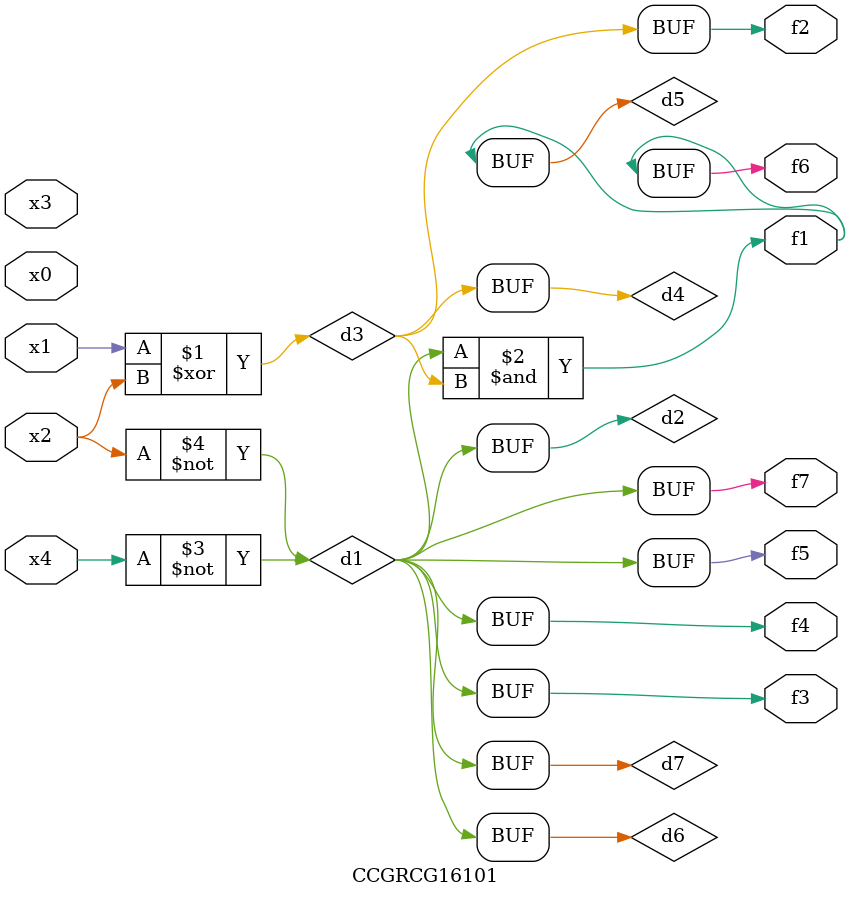
<source format=v>
module CCGRCG16101(
	input x0, x1, x2, x3, x4,
	output f1, f2, f3, f4, f5, f6, f7
);

	wire d1, d2, d3, d4, d5, d6, d7;

	not (d1, x4);
	not (d2, x2);
	xor (d3, x1, x2);
	buf (d4, d3);
	and (d5, d1, d3);
	buf (d6, d1, d2);
	buf (d7, d2);
	assign f1 = d5;
	assign f2 = d4;
	assign f3 = d7;
	assign f4 = d7;
	assign f5 = d7;
	assign f6 = d5;
	assign f7 = d7;
endmodule

</source>
